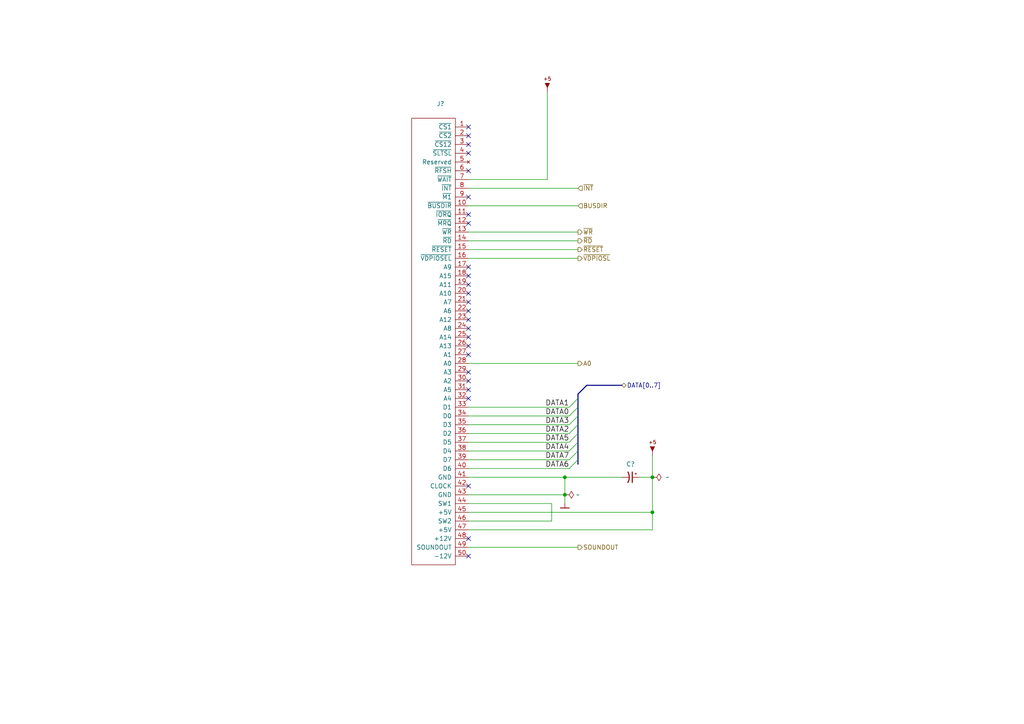
<source format=kicad_sch>
(kicad_sch (version 20211123) (generator eeschema)

  (uuid c022004a-c968-410e-b59e-fbab0e561e9d)

  (paper "A4")

  (lib_symbols
    (symbol "artemisa:CP" (pin_numbers hide) (pin_names (offset 0.254) hide) (in_bom yes) (on_board yes)
      (property "Reference" "C" (id 0) (at 0.254 1.778 0)
        (effects (font (size 1.27 1.27)) (justify left))
      )
      (property "Value" "CP" (id 1) (at 0.254 -2.032 0)
        (effects (font (size 1.27 1.27)) (justify left))
      )
      (property "Footprint" "" (id 2) (at 0 0 0)
        (effects (font (size 1.27 1.27)) hide)
      )
      (property "Datasheet" "" (id 3) (at 0 0 0)
        (effects (font (size 1.27 1.27)) hide)
      )
      (property "ki_fp_filters" "CP_*" (id 4) (at 0 0 0)
        (effects (font (size 1.27 1.27)) hide)
      )
      (symbol "CP_0_1"
        (polyline
          (pts
            (xy -1.524 0.508)
            (xy 1.524 0.508)
          )
          (stroke (width 0.3048) (type default) (color 0 0 0 0))
          (fill (type none))
        )
        (polyline
          (pts
            (xy -1.27 1.524)
            (xy -0.762 1.524)
          )
          (stroke (width 0) (type default) (color 0 0 0 0))
          (fill (type none))
        )
        (polyline
          (pts
            (xy -1.016 1.27)
            (xy -1.016 1.778)
          )
          (stroke (width 0) (type default) (color 0 0 0 0))
          (fill (type none))
        )
        (arc (start 1.524 -0.762) (mid 0 -0.3734) (end -1.524 -0.762)
          (stroke (width 0.3048) (type default) (color 0 0 0 0))
          (fill (type none))
        )
      )
      (symbol "CP_1_1"
        (pin passive line (at 0 2.54 270) (length 2.032)
          (name "~" (effects (font (size 1.27 1.27))))
          (number "1" (effects (font (size 1.27 1.27))))
        )
        (pin passive line (at 0 -2.54 90) (length 2.032)
          (name "~" (effects (font (size 1.27 1.27))))
          (number "2" (effects (font (size 1.27 1.27))))
        )
      )
    )
    (symbol "artemisa:GFX_Connector_Input" (pin_names (offset 1.016)) (in_bom yes) (on_board yes)
      (property "Reference" "J" (id 0) (at 0 69.85 0)
        (effects (font (size 1.27 1.27)))
      )
      (property "Value" "GFX_Connector_Input" (id 1) (at -8.89 5.08 90)
        (effects (font (size 1.27 1.27)))
      )
      (property "Footprint" "" (id 2) (at -6.35 30.48 0)
        (effects (font (size 1.27 1.27)) hide)
      )
      (property "Datasheet" "" (id 3) (at -6.35 30.48 0)
        (effects (font (size 1.27 1.27)) hide)
      )
      (symbol "GFX_Connector_Input_0_1"
        (rectangle (start 6.35 68.58) (end -6.35 -60.96)
          (stroke (width 0) (type default) (color 0 0 0 0))
          (fill (type none))
        )
      )
      (symbol "GFX_Connector_Input_1_1"
        (pin output line (at 10.16 66.04 180) (length 3.81)
          (name "~{CS1}" (effects (font (size 1.27 1.27))))
          (number "1" (effects (font (size 1.27 1.27))))
        )
        (pin input line (at 10.16 43.18 180) (length 3.81)
          (name "~{BUSDIR}" (effects (font (size 1.27 1.27))))
          (number "10" (effects (font (size 1.27 1.27))))
        )
        (pin output line (at 10.16 40.64 180) (length 3.81)
          (name "~{IORQ}" (effects (font (size 1.27 1.27))))
          (number "11" (effects (font (size 1.27 1.27))))
        )
        (pin output line (at 10.16 38.1 180) (length 3.81)
          (name "~{MRQ}" (effects (font (size 1.27 1.27))))
          (number "12" (effects (font (size 1.27 1.27))))
        )
        (pin output line (at 10.16 35.56 180) (length 3.81)
          (name "~{WR}" (effects (font (size 1.27 1.27))))
          (number "13" (effects (font (size 1.27 1.27))))
        )
        (pin output line (at 10.16 33.02 180) (length 3.81)
          (name "~{RD}" (effects (font (size 1.27 1.27))))
          (number "14" (effects (font (size 1.27 1.27))))
        )
        (pin output line (at 10.16 30.48 180) (length 3.81)
          (name "~{RESET}" (effects (font (size 1.27 1.27))))
          (number "15" (effects (font (size 1.27 1.27))))
        )
        (pin output line (at 10.16 27.94 180) (length 3.81)
          (name "~{VDPIOSEL}" (effects (font (size 1.27 1.27))))
          (number "16" (effects (font (size 1.27 1.27))))
        )
        (pin output line (at 10.16 25.4 180) (length 3.81)
          (name "A9" (effects (font (size 1.27 1.27))))
          (number "17" (effects (font (size 1.27 1.27))))
        )
        (pin output line (at 10.16 22.86 180) (length 3.81)
          (name "A15" (effects (font (size 1.27 1.27))))
          (number "18" (effects (font (size 1.27 1.27))))
        )
        (pin output line (at 10.16 20.32 180) (length 3.81)
          (name "A11" (effects (font (size 1.27 1.27))))
          (number "19" (effects (font (size 1.27 1.27))))
        )
        (pin output line (at 10.16 63.5 180) (length 3.81)
          (name "~{CS2}" (effects (font (size 1.27 1.27))))
          (number "2" (effects (font (size 1.27 1.27))))
        )
        (pin output line (at 10.16 17.78 180) (length 3.81)
          (name "A10" (effects (font (size 1.27 1.27))))
          (number "20" (effects (font (size 1.27 1.27))))
        )
        (pin output line (at 10.16 15.24 180) (length 3.81)
          (name "A7" (effects (font (size 1.27 1.27))))
          (number "21" (effects (font (size 1.27 1.27))))
        )
        (pin output line (at 10.16 12.7 180) (length 3.81)
          (name "A6" (effects (font (size 1.27 1.27))))
          (number "22" (effects (font (size 1.27 1.27))))
        )
        (pin output line (at 10.16 10.16 180) (length 3.81)
          (name "A12" (effects (font (size 1.27 1.27))))
          (number "23" (effects (font (size 1.27 1.27))))
        )
        (pin output line (at 10.16 7.62 180) (length 3.81)
          (name "A8" (effects (font (size 1.27 1.27))))
          (number "24" (effects (font (size 1.27 1.27))))
        )
        (pin output line (at 10.16 5.08 180) (length 3.81)
          (name "A14" (effects (font (size 1.27 1.27))))
          (number "25" (effects (font (size 1.27 1.27))))
        )
        (pin output line (at 10.16 2.54 180) (length 3.81)
          (name "A13" (effects (font (size 1.27 1.27))))
          (number "26" (effects (font (size 1.27 1.27))))
        )
        (pin output line (at 10.16 0 180) (length 3.81)
          (name "A1" (effects (font (size 1.27 1.27))))
          (number "27" (effects (font (size 1.27 1.27))))
        )
        (pin output line (at 10.16 -2.54 180) (length 3.81)
          (name "A0" (effects (font (size 1.27 1.27))))
          (number "28" (effects (font (size 1.27 1.27))))
        )
        (pin output line (at 10.16 -5.08 180) (length 3.81)
          (name "A3" (effects (font (size 1.27 1.27))))
          (number "29" (effects (font (size 1.27 1.27))))
        )
        (pin output line (at 10.16 60.96 180) (length 3.81)
          (name "~{CS12}" (effects (font (size 1.27 1.27))))
          (number "3" (effects (font (size 1.27 1.27))))
        )
        (pin output line (at 10.16 -7.62 180) (length 3.81)
          (name "A2" (effects (font (size 1.27 1.27))))
          (number "30" (effects (font (size 1.27 1.27))))
        )
        (pin output line (at 10.16 -10.16 180) (length 3.81)
          (name "A5" (effects (font (size 1.27 1.27))))
          (number "31" (effects (font (size 1.27 1.27))))
        )
        (pin output line (at 10.16 -12.7 180) (length 3.81)
          (name "A4" (effects (font (size 1.27 1.27))))
          (number "32" (effects (font (size 1.27 1.27))))
        )
        (pin bidirectional line (at 10.16 -15.24 180) (length 3.81)
          (name "D1" (effects (font (size 1.27 1.27))))
          (number "33" (effects (font (size 1.27 1.27))))
        )
        (pin bidirectional line (at 10.16 -17.78 180) (length 3.81)
          (name "D0" (effects (font (size 1.27 1.27))))
          (number "34" (effects (font (size 1.27 1.27))))
        )
        (pin bidirectional line (at 10.16 -20.32 180) (length 3.81)
          (name "D3" (effects (font (size 1.27 1.27))))
          (number "35" (effects (font (size 1.27 1.27))))
        )
        (pin bidirectional line (at 10.16 -22.86 180) (length 3.81)
          (name "D2" (effects (font (size 1.27 1.27))))
          (number "36" (effects (font (size 1.27 1.27))))
        )
        (pin bidirectional line (at 10.16 -25.4 180) (length 3.81)
          (name "D5" (effects (font (size 1.27 1.27))))
          (number "37" (effects (font (size 1.27 1.27))))
        )
        (pin bidirectional line (at 10.16 -27.94 180) (length 3.81)
          (name "D4" (effects (font (size 1.27 1.27))))
          (number "38" (effects (font (size 1.27 1.27))))
        )
        (pin bidirectional line (at 10.16 -30.48 180) (length 3.81)
          (name "D7" (effects (font (size 1.27 1.27))))
          (number "39" (effects (font (size 1.27 1.27))))
        )
        (pin output line (at 10.16 58.42 180) (length 3.81)
          (name "~{SLTSL}" (effects (font (size 1.27 1.27))))
          (number "4" (effects (font (size 1.27 1.27))))
        )
        (pin bidirectional line (at 10.16 -33.02 180) (length 3.81)
          (name "D6" (effects (font (size 1.27 1.27))))
          (number "40" (effects (font (size 1.27 1.27))))
        )
        (pin power_in line (at 10.16 -35.56 180) (length 3.81)
          (name "GND" (effects (font (size 1.27 1.27))))
          (number "41" (effects (font (size 1.27 1.27))))
        )
        (pin output line (at 10.16 -38.1 180) (length 3.81)
          (name "CLOCK" (effects (font (size 1.27 1.27))))
          (number "42" (effects (font (size 1.27 1.27))))
        )
        (pin power_in line (at 10.16 -40.64 180) (length 3.81)
          (name "GND" (effects (font (size 1.27 1.27))))
          (number "43" (effects (font (size 1.27 1.27))))
        )
        (pin passive line (at 10.16 -43.18 180) (length 3.81)
          (name "SW1" (effects (font (size 1.27 1.27))))
          (number "44" (effects (font (size 1.27 1.27))))
        )
        (pin power_in line (at 10.16 -45.72 180) (length 3.81)
          (name "+5V" (effects (font (size 1.27 1.27))))
          (number "45" (effects (font (size 1.27 1.27))))
        )
        (pin passive line (at 10.16 -48.26 180) (length 3.81)
          (name "SW2" (effects (font (size 1.27 1.27))))
          (number "46" (effects (font (size 1.27 1.27))))
        )
        (pin power_in line (at 10.16 -50.8 180) (length 3.81)
          (name "+5V" (effects (font (size 1.27 1.27))))
          (number "47" (effects (font (size 1.27 1.27))))
        )
        (pin power_in line (at 10.16 -53.34 180) (length 3.81)
          (name "+12V" (effects (font (size 1.27 1.27))))
          (number "48" (effects (font (size 1.27 1.27))))
        )
        (pin output line (at 10.16 -55.88 180) (length 3.81)
          (name "SOUNDOUT" (effects (font (size 1.27 1.27))))
          (number "49" (effects (font (size 1.27 1.27))))
        )
        (pin no_connect line (at 10.16 55.88 180) (length 3.81)
          (name "Reserved" (effects (font (size 1.27 1.27))))
          (number "5" (effects (font (size 1.27 1.27))))
        )
        (pin power_in line (at 10.16 -58.42 180) (length 3.81)
          (name "-12V" (effects (font (size 1.27 1.27))))
          (number "50" (effects (font (size 1.27 1.27))))
        )
        (pin output line (at 10.16 53.34 180) (length 3.81)
          (name "~{RFSH}" (effects (font (size 1.27 1.27))))
          (number "6" (effects (font (size 1.27 1.27))))
        )
        (pin input line (at 10.16 50.8 180) (length 3.81)
          (name "~{WAIT}" (effects (font (size 1.27 1.27))))
          (number "7" (effects (font (size 1.27 1.27))))
        )
        (pin input line (at 10.16 48.26 180) (length 3.81)
          (name "~{INT}" (effects (font (size 1.27 1.27))))
          (number "8" (effects (font (size 1.27 1.27))))
        )
        (pin output line (at 10.16 45.72 180) (length 3.81)
          (name "~{M1}" (effects (font (size 1.27 1.27))))
          (number "9" (effects (font (size 1.27 1.27))))
        )
      )
    )
    (symbol "artemisa:GND" (power) (pin_numbers hide) (pin_names (offset 0) hide) (in_bom yes) (on_board yes)
      (property "Reference" "#PWR" (id 0) (at 0 -2.54 0)
        (effects (font (size 1.524 1.524)) hide)
      )
      (property "Value" "GND" (id 1) (at 0 2.54 0)
        (effects (font (size 1.524 1.524)) hide)
      )
      (property "Footprint" "" (id 2) (at 0 0 0)
        (effects (font (size 1.524 1.524)) hide)
      )
      (property "Datasheet" "" (id 3) (at 0 0 0)
        (effects (font (size 1.524 1.524)) hide)
      )
      (symbol "GND_0_1"
        (polyline
          (pts
            (xy -1.27 -1.27)
            (xy 1.27 -1.27)
          )
          (stroke (width 0.254) (type default) (color 0 0 0 0))
          (fill (type none))
        )
      )
      (symbol "GND_1_1"
        (pin power_in line (at 0 0 270) (length 1.27)
          (name "GND" (effects (font (size 1.27 1.27))))
          (number "~" (effects (font (size 1.27 1.27))))
        )
      )
    )
    (symbol "artemisa:VCC" (power) (pin_numbers hide) (pin_names (offset 0) hide) (in_bom yes) (on_board yes)
      (property "Reference" "#PWR" (id 0) (at 0 -1.27 0)
        (effects (font (size 1.524 1.524)) hide)
      )
      (property "Value" "VCC" (id 1) (at 0 6.35 0)
        (effects (font (size 1.524 1.524)) hide)
      )
      (property "Footprint" "" (id 2) (at 0 0 0)
        (effects (font (size 1.524 1.524)) hide)
      )
      (property "Datasheet" "" (id 3) (at 0 0 0)
        (effects (font (size 1.524 1.524)) hide)
      )
      (symbol "VCC_0_0"
        (text "+5" (at 0 3.81 0)
          (effects (font (size 1.016 1.016)))
        )
      )
      (symbol "VCC_0_1"
        (polyline
          (pts
            (xy 0 1.27)
            (xy 0.635 2.54)
            (xy -0.635 2.54)
            (xy 0 1.27)
          )
          (stroke (width 0) (type default) (color 0 0 0 0))
          (fill (type outline))
        )
      )
      (symbol "VCC_1_1"
        (pin power_in line (at 0 0 90) (length 1.27)
          (name "~" (effects (font (size 1.27 1.27))))
          (number "~" (effects (font (size 1.27 1.27))))
        )
      )
    )
    (symbol "power:PWR_FLAG" (power) (pin_numbers hide) (pin_names (offset 0) hide) (in_bom yes) (on_board yes)
      (property "Reference" "#FLG" (id 0) (at 0 1.905 0)
        (effects (font (size 1.27 1.27)) hide)
      )
      (property "Value" "PWR_FLAG" (id 1) (at 0 3.81 0)
        (effects (font (size 1.27 1.27)))
      )
      (property "Footprint" "" (id 2) (at 0 0 0)
        (effects (font (size 1.27 1.27)) hide)
      )
      (property "Datasheet" "~" (id 3) (at 0 0 0)
        (effects (font (size 1.27 1.27)) hide)
      )
      (property "ki_keywords" "power-flag" (id 4) (at 0 0 0)
        (effects (font (size 1.27 1.27)) hide)
      )
      (property "ki_description" "Special symbol for telling ERC where power comes from" (id 5) (at 0 0 0)
        (effects (font (size 1.27 1.27)) hide)
      )
      (symbol "PWR_FLAG_0_0"
        (pin power_out line (at 0 0 90) (length 0)
          (name "pwr" (effects (font (size 1.27 1.27))))
          (number "1" (effects (font (size 1.27 1.27))))
        )
      )
      (symbol "PWR_FLAG_0_1"
        (polyline
          (pts
            (xy 0 0)
            (xy 0 1.27)
            (xy -1.016 1.905)
            (xy 0 2.54)
            (xy 1.016 1.905)
            (xy 0 1.27)
          )
          (stroke (width 0) (type default) (color 0 0 0 0))
          (fill (type none))
        )
      )
    )
  )

  (junction (at 189.23 148.59) (diameter 0) (color 0 0 0 0)
    (uuid 4a4ec8d9-3d72-4952-83d4-808f65849a2b)
  )
  (junction (at 163.83 143.51) (diameter 0) (color 0 0 0 0)
    (uuid 8c6a821f-8e19-48f3-8f44-9b340f7689bc)
  )
  (junction (at 163.83 138.43) (diameter 0) (color 0 0 0 0)
    (uuid d7269d2a-b8c0-422d-8f25-f79ea31bf75e)
  )
  (junction (at 189.23 138.43) (diameter 0) (color 0 0 0 0)
    (uuid df68c26a-03b5-4466-aecf-ba34b7dce6b7)
  )

  (no_connect (at 135.89 41.91) (uuid 03c52831-5dc5-43c5-a442-8d23643b46fb))
  (no_connect (at 135.89 113.03) (uuid 0f54db53-a272-4955-88fb-d7ab00657bb0))
  (no_connect (at 135.89 90.17) (uuid 1a1ab354-5f85-45f9-938c-9f6c4c8c3ea2))
  (no_connect (at 135.89 97.79) (uuid 1bf544e3-5940-4576-9291-2464e95c0ee2))
  (no_connect (at 135.89 49.53) (uuid 29e78086-2175-405e-9ba3-c48766d2f50c))
  (no_connect (at 135.89 64.77) (uuid 2d210a96-f81f-42a9-8bf4-1b43c11086f3))
  (no_connect (at 135.89 156.21) (uuid 31e08896-1992-4725-96d9-9d2728bca7a3))
  (no_connect (at 135.89 100.33) (uuid 3aaee4c4-dbf7-49a5-a620-9465d8cc3ae7))
  (no_connect (at 135.89 36.83) (uuid 3cd1bda0-18db-417d-b581-a0c50623df68))
  (no_connect (at 135.89 92.71) (uuid 42713045-fffd-4b2d-ae1e-7232d705fb12))
  (no_connect (at 135.89 80.01) (uuid 666713b0-70f4-42df-8761-f65bc212d03b))
  (no_connect (at 135.89 77.47) (uuid 6c2e273e-743c-4f1e-a647-4171f8122550))
  (no_connect (at 135.89 87.63) (uuid 7aed3a71-054b-4aaa-9c0a-030523c32827))
  (no_connect (at 135.89 82.55) (uuid 7dc880bc-e7eb-4cce-8d8c-0b65a9dd788e))
  (no_connect (at 135.89 115.57) (uuid 80094b70-85ab-4ff6-934b-60d5ee65023a))
  (no_connect (at 135.89 85.09) (uuid 9157f4ae-0244-4ff1-9f73-3cb4cbb5f280))
  (no_connect (at 135.89 110.49) (uuid 922058ca-d09a-45fd-8394-05f3e2c1e03a))
  (no_connect (at 135.89 107.95) (uuid 97fe9c60-586f-4895-8504-4d3729f5f81a))
  (no_connect (at 135.89 57.15) (uuid 9bb20359-0f8b-45bc-9d38-6626ed3a939d))
  (no_connect (at 135.89 44.45) (uuid a1823eb2-fb0d-4ed8-8b96-04184ac3a9d5))
  (no_connect (at 135.89 62.23) (uuid aa14c3bd-4acc-4908-9d28-228585a22a9d))
  (no_connect (at 135.89 161.29) (uuid b5352a33-563a-4ffe-a231-2e68fb54afa3))
  (no_connect (at 135.89 102.87) (uuid bdc7face-9f7c-4701-80bb-4cc144448db1))
  (no_connect (at 135.89 95.25) (uuid c0515cd2-cdaa-467e-8354-0f6eadfa35c9))
  (no_connect (at 135.89 140.97) (uuid d4a1d3c4-b315-4bec-9220-d12a9eab51e0))
  (no_connect (at 135.89 39.37) (uuid d57dcfee-5058-4fc2-a68b-05f9a48f685b))

  (bus_entry (at 165.1 120.65) (size 2.54 -2.54)
    (stroke (width 0) (type default) (color 0 0 0 0))
    (uuid 54365317-1355-4216-bb75-829375abc4ec)
  )
  (bus_entry (at 165.1 133.35) (size 2.54 -2.54)
    (stroke (width 0) (type default) (color 0 0 0 0))
    (uuid 5fc27c35-3e1c-4f96-817c-93b5570858a6)
  )
  (bus_entry (at 165.1 135.89) (size 2.54 -2.54)
    (stroke (width 0) (type default) (color 0 0 0 0))
    (uuid 6c9b793c-e74d-4754-a2c0-901e73b26f1c)
  )
  (bus_entry (at 165.1 123.19) (size 2.54 -2.54)
    (stroke (width 0) (type default) (color 0 0 0 0))
    (uuid a3e4f0ae-9f86-49e9-b386-ed8b42e012fb)
  )
  (bus_entry (at 165.1 125.73) (size 2.54 -2.54)
    (stroke (width 0) (type default) (color 0 0 0 0))
    (uuid a690fc6c-55d9-47e6-b533-faa4b67e20f3)
  )
  (bus_entry (at 165.1 118.11) (size 2.54 -2.54)
    (stroke (width 0) (type default) (color 0 0 0 0))
    (uuid ac264c30-3e9a-4be2-b97a-9949b68bd497)
  )
  (bus_entry (at 165.1 128.27) (size 2.54 -2.54)
    (stroke (width 0) (type default) (color 0 0 0 0))
    (uuid c144caa5-b0d4-4cef-840a-d4ad178a2102)
  )
  (bus_entry (at 165.1 130.81) (size 2.54 -2.54)
    (stroke (width 0) (type default) (color 0 0 0 0))
    (uuid efeac2a2-7682-4dc7-83ee-f6f1b23da506)
  )

  (wire (pts (xy 135.89 153.67) (xy 189.23 153.67))
    (stroke (width 0) (type default) (color 0 0 0 0))
    (uuid 08a7c925-7fae-4530-b0c9-120e185cb318)
  )
  (wire (pts (xy 167.64 54.61) (xy 135.89 54.61))
    (stroke (width 0) (type default) (color 0 0 0 0))
    (uuid 0b21a65d-d20b-411e-920a-75c343ac5136)
  )
  (wire (pts (xy 165.1 120.65) (xy 135.89 120.65))
    (stroke (width 0) (type default) (color 0 0 0 0))
    (uuid 0eaa98f0-9565-4637-ace3-42a5231b07f7)
  )
  (wire (pts (xy 165.1 135.89) (xy 135.89 135.89))
    (stroke (width 0) (type default) (color 0 0 0 0))
    (uuid 0f22151c-f260-4674-b486-4710a2c42a55)
  )
  (wire (pts (xy 165.1 123.19) (xy 135.89 123.19))
    (stroke (width 0) (type default) (color 0 0 0 0))
    (uuid 181abe7a-f941-42b6-bd46-aaa3131f90fb)
  )
  (wire (pts (xy 165.1 133.35) (xy 135.89 133.35))
    (stroke (width 0) (type default) (color 0 0 0 0))
    (uuid 1831fb37-1c5d-42c4-b898-151be6fca9dc)
  )
  (bus (pts (xy 170.18 111.76) (xy 180.34 111.76))
    (stroke (width 0) (type default) (color 0 0 0 0))
    (uuid 1a6d2848-e78e-49fe-8978-e1890f07836f)
  )

  (wire (pts (xy 160.02 151.13) (xy 135.89 151.13))
    (stroke (width 0) (type default) (color 0 0 0 0))
    (uuid 2d6db888-4e40-41c8-b701-07170fc894bc)
  )
  (wire (pts (xy 135.89 69.85) (xy 167.64 69.85))
    (stroke (width 0) (type default) (color 0 0 0 0))
    (uuid 2e642b3e-a476-4c54-9a52-dcea955640cd)
  )
  (bus (pts (xy 167.64 125.73) (xy 167.64 128.27))
    (stroke (width 0) (type default) (color 0 0 0 0))
    (uuid 3d98718b-dffb-400e-972c-e251ab4b6378)
  )

  (wire (pts (xy 189.23 148.59) (xy 189.23 153.67))
    (stroke (width 0) (type default) (color 0 0 0 0))
    (uuid 45008225-f50f-4d6b-b508-6730a9408caf)
  )
  (bus (pts (xy 167.64 123.19) (xy 167.64 125.73))
    (stroke (width 0) (type default) (color 0 0 0 0))
    (uuid 4702a82e-cce4-49a1-9730-5350ecda1999)
  )
  (bus (pts (xy 167.64 114.3) (xy 170.18 111.76))
    (stroke (width 0) (type default) (color 0 0 0 0))
    (uuid 475ed8b3-90bf-48cd-bce5-d8f48b689541)
  )

  (wire (pts (xy 185.42 138.43) (xy 189.23 138.43))
    (stroke (width 0) (type default) (color 0 0 0 0))
    (uuid 4780a290-d25c-4459-9579-eba3f7678762)
  )
  (wire (pts (xy 158.75 52.07) (xy 158.75 26.67))
    (stroke (width 0) (type default) (color 0 0 0 0))
    (uuid 4c8eb964-bdf4-44de-90e9-e2ab82dd5313)
  )
  (wire (pts (xy 167.64 74.93) (xy 135.89 74.93))
    (stroke (width 0) (type default) (color 0 0 0 0))
    (uuid 5038e144-5119-49db-b6cf-f7c345f1cf03)
  )
  (bus (pts (xy 167.64 128.27) (xy 167.64 130.81))
    (stroke (width 0) (type default) (color 0 0 0 0))
    (uuid 52ea611a-f15b-4fb4-859d-c0c2aa46f7bf)
  )

  (wire (pts (xy 135.89 148.59) (xy 189.23 148.59))
    (stroke (width 0) (type default) (color 0 0 0 0))
    (uuid 5528bcad-2950-4673-90eb-c37e6952c475)
  )
  (wire (pts (xy 163.83 138.43) (xy 163.83 143.51))
    (stroke (width 0) (type default) (color 0 0 0 0))
    (uuid 6441b183-b8f2-458f-a23d-60e2b1f66dd6)
  )
  (wire (pts (xy 163.83 143.51) (xy 163.83 146.05))
    (stroke (width 0) (type default) (color 0 0 0 0))
    (uuid 6475547d-3216-45a4-a15c-48314f1dd0f9)
  )
  (wire (pts (xy 160.02 146.05) (xy 160.02 151.13))
    (stroke (width 0) (type default) (color 0 0 0 0))
    (uuid 66043bca-a260-4915-9fce-8a51d324c687)
  )
  (wire (pts (xy 165.1 118.11) (xy 135.89 118.11))
    (stroke (width 0) (type default) (color 0 0 0 0))
    (uuid 704d6d51-bb34-4cbf-83d8-841e208048d8)
  )
  (bus (pts (xy 167.64 115.57) (xy 167.64 118.11))
    (stroke (width 0) (type default) (color 0 0 0 0))
    (uuid 75ba980f-7077-4562-978b-b9a398c93186)
  )

  (wire (pts (xy 135.89 143.51) (xy 163.83 143.51))
    (stroke (width 0) (type default) (color 0 0 0 0))
    (uuid 7bbf981c-a063-4e30-8911-e4228e1c0743)
  )
  (wire (pts (xy 189.23 148.59) (xy 189.23 138.43))
    (stroke (width 0) (type default) (color 0 0 0 0))
    (uuid 7edc9030-db7b-43ac-a1b3-b87eeacb4c2d)
  )
  (bus (pts (xy 167.64 120.65) (xy 167.64 123.19))
    (stroke (width 0) (type default) (color 0 0 0 0))
    (uuid 8046c83c-c61c-41c3-b287-d5a54cd328b5)
  )

  (wire (pts (xy 135.89 146.05) (xy 160.02 146.05))
    (stroke (width 0) (type default) (color 0 0 0 0))
    (uuid 852dabbf-de45-4470-8176-59d37a754407)
  )
  (wire (pts (xy 167.64 67.31) (xy 135.89 67.31))
    (stroke (width 0) (type default) (color 0 0 0 0))
    (uuid 87371631-aa02-498a-998a-09bdb74784c1)
  )
  (wire (pts (xy 165.1 130.81) (xy 135.89 130.81))
    (stroke (width 0) (type default) (color 0 0 0 0))
    (uuid 9340c285-5767-42d5-8b6d-63fe2a40ddf3)
  )
  (wire (pts (xy 135.89 52.07) (xy 158.75 52.07))
    (stroke (width 0) (type default) (color 0 0 0 0))
    (uuid 94a873dc-af67-4ef9-8159-1f7c93eeb3d7)
  )
  (bus (pts (xy 167.64 118.11) (xy 167.64 120.65))
    (stroke (width 0) (type default) (color 0 0 0 0))
    (uuid 9b761052-cb52-445b-be5f-3dfe007566f2)
  )
  (bus (pts (xy 167.64 114.3) (xy 167.64 115.57))
    (stroke (width 0) (type default) (color 0 0 0 0))
    (uuid aca4de92-9c41-4c2b-9afa-540d02dafa1c)
  )

  (wire (pts (xy 189.23 138.43) (xy 189.23 132.08))
    (stroke (width 0) (type default) (color 0 0 0 0))
    (uuid babeabf2-f3b0-4ed5-8d9e-0215947e6cf3)
  )
  (bus (pts (xy 167.64 130.81) (xy 167.64 133.35))
    (stroke (width 0) (type default) (color 0 0 0 0))
    (uuid bddec3db-8673-4866-9549-a142b1e8a83c)
  )

  (wire (pts (xy 135.89 138.43) (xy 163.83 138.43))
    (stroke (width 0) (type default) (color 0 0 0 0))
    (uuid bfc0aadc-38cf-466e-a642-68fdc3138c78)
  )
  (wire (pts (xy 135.89 158.75) (xy 167.64 158.75))
    (stroke (width 0) (type default) (color 0 0 0 0))
    (uuid c01d25cd-f4bb-4ef3-b5ea-533a2a4ddb2b)
  )
  (wire (pts (xy 165.1 128.27) (xy 135.89 128.27))
    (stroke (width 0) (type default) (color 0 0 0 0))
    (uuid c41b3c8b-634e-435a-b582-96b83bbd4032)
  )
  (wire (pts (xy 167.64 59.69) (xy 135.89 59.69))
    (stroke (width 0) (type default) (color 0 0 0 0))
    (uuid cbd8faed-e1f8-4406-87c8-58b2c504a5d4)
  )
  (wire (pts (xy 165.1 125.73) (xy 135.89 125.73))
    (stroke (width 0) (type default) (color 0 0 0 0))
    (uuid ce83728b-bebd-48c2-8734-b6a50d837931)
  )
  (bus (pts (xy 167.64 133.35) (xy 167.64 134.62))
    (stroke (width 0) (type default) (color 0 0 0 0))
    (uuid d2ac85b6-b30e-4846-8881-2275d69de919)
  )

  (wire (pts (xy 135.89 72.39) (xy 167.64 72.39))
    (stroke (width 0) (type default) (color 0 0 0 0))
    (uuid e857610b-4434-4144-b04e-43c1ebdc5ceb)
  )
  (wire (pts (xy 180.34 138.43) (xy 163.83 138.43))
    (stroke (width 0) (type default) (color 0 0 0 0))
    (uuid e8c50f1b-c316-4110-9cce-5c24c65a1eaa)
  )
  (wire (pts (xy 167.64 105.41) (xy 135.89 105.41))
    (stroke (width 0) (type default) (color 0 0 0 0))
    (uuid fe8d9267-7834-48d6-a191-c8724b2ee78d)
  )

  (label "DATA3" (at 165.1 123.19 180)
    (effects (font (size 1.524 1.524)) (justify right bottom))
    (uuid 127679a9-3981-4934-815e-896a4e3ff56e)
  )
  (label "DATA4" (at 165.1 130.81 180)
    (effects (font (size 1.524 1.524)) (justify right bottom))
    (uuid 48ab88d7-7084-4d02-b109-3ad55a30bb11)
  )
  (label "DATA0" (at 165.1 120.65 180)
    (effects (font (size 1.524 1.524)) (justify right bottom))
    (uuid 6a45789b-3855-401f-8139-3c734f7f52f9)
  )
  (label "DATA2" (at 165.1 125.73 180)
    (effects (font (size 1.524 1.524)) (justify right bottom))
    (uuid 716e31c5-485f-40b5-88e3-a75900da9811)
  )
  (label "DATA7" (at 165.1 133.35 180)
    (effects (font (size 1.524 1.524)) (justify right bottom))
    (uuid 8174b4de-74b1-48db-ab8e-c8432251095b)
  )
  (label "DATA1" (at 165.1 118.11 180)
    (effects (font (size 1.524 1.524)) (justify right bottom))
    (uuid b1086f75-01ba-4188-8d36-75a9e2828ca9)
  )
  (label "DATA5" (at 165.1 128.27 180)
    (effects (font (size 1.524 1.524)) (justify right bottom))
    (uuid f71da641-16e6-4257-80c3-0b9d804fee4f)
  )
  (label "DATA6" (at 165.1 135.89 180)
    (effects (font (size 1.524 1.524)) (justify right bottom))
    (uuid fd470e95-4861-44fe-b1e4-6d8a7c66e144)
  )

  (hierarchical_label "A0" (shape output) (at 167.64 105.41 0)
    (effects (font (size 1.27 1.27)) (justify left))
    (uuid 44d8279a-9cd1-4db6-856f-0363131605fc)
  )
  (hierarchical_label "~{INT}" (shape input) (at 167.64 54.61 0)
    (effects (font (size 1.27 1.27)) (justify left))
    (uuid 47baf4b1-0938-497d-88f9-671136aa8be7)
  )
  (hierarchical_label "~{RESET}" (shape output) (at 167.64 72.39 0)
    (effects (font (size 1.27 1.27)) (justify left))
    (uuid 4fb02e58-160a-4a39-9f22-d0c75e82ee72)
  )
  (hierarchical_label "DATA[0..7]" (shape bidirectional) (at 180.34 111.76 0)
    (effects (font (size 1.27 1.27)) (justify left))
    (uuid 66116376-6967-4178-9f23-a26cdeafc400)
  )
  (hierarchical_label "SOUNDOUT" (shape output) (at 167.64 158.75 0)
    (effects (font (size 1.27 1.27)) (justify left))
    (uuid 749dfe75-c0d6-4872-9330-29c5bbcb8ff8)
  )
  (hierarchical_label "~{WR}" (shape output) (at 167.64 67.31 0)
    (effects (font (size 1.27 1.27)) (justify left))
    (uuid 77ed3941-d133-4aef-a9af-5a39322d14eb)
  )
  (hierarchical_label "~{RD}" (shape output) (at 167.64 69.85 0)
    (effects (font (size 1.27 1.27)) (justify left))
    (uuid e615f7aa-337e-474d-9615-2ad82b1c44ca)
  )
  (hierarchical_label "BUSDIR" (shape input) (at 167.64 59.69 0)
    (effects (font (size 1.27 1.27)) (justify left))
    (uuid eb667eea-300e-4ca7-8a6f-4b00de80cd45)
  )
  (hierarchical_label "~{VDPIOSL}" (shape output) (at 167.64 74.93 0)
    (effects (font (size 1.27 1.27)) (justify left))
    (uuid ef8fe2ac-6a7f-4682-9418-b801a1b10a3b)
  )

  (symbol (lib_id "artemisa:GFX_Connector_Input") (at 125.73 102.87 0) (unit 1)
    (in_bom yes) (on_board yes)
    (uuid 00000000-0000-0000-0000-00005eb76bd7)
    (property "Reference" "J?" (id 0) (at 127.7874 30.099 0))
    (property "Value" "" (id 1) (at 127.7874 32.4104 0))
    (property "Footprint" "" (id 2) (at 119.38 72.39 0)
      (effects (font (size 1.27 1.27)) hide)
    )
    (property "Datasheet" "" (id 3) (at 119.38 72.39 0)
      (effects (font (size 1.27 1.27)) hide)
    )
    (pin "1" (uuid 78c93809-c958-455d-931e-82166c718317))
    (pin "10" (uuid 49e717ca-b0d0-414e-b5e8-1510a280c2b7))
    (pin "11" (uuid 67659644-753d-4e3b-ad90-a04397ee1f5b))
    (pin "12" (uuid ba1f8a34-0d45-4e1d-84bd-eb52bf4a640f))
    (pin "13" (uuid 6e7c0c06-7a3a-46ff-a95b-8936f202ced0))
    (pin "14" (uuid 94102ff7-de7c-415b-a1d0-291d8e746d24))
    (pin "15" (uuid afd13c3d-40e9-4f3f-80ae-02394e22bc77))
    (pin "16" (uuid d919dfa6-1819-4986-9d86-54f19f8df53d))
    (pin "17" (uuid 4d84dce0-3782-44e5-96fa-35209afcbcb4))
    (pin "18" (uuid 5871c811-b529-4e92-9958-3b0a87e16c6d))
    (pin "19" (uuid 8545e859-cc2b-47af-a4a3-c8bfa7686ae6))
    (pin "2" (uuid 3ab77ef4-2eec-4503-9f2d-dc666e8bfdf3))
    (pin "20" (uuid 2eb24db3-025b-4a3a-a10a-af83ec90f414))
    (pin "21" (uuid 8e4c9e82-c41a-4812-b84e-cc17c8ff1a3c))
    (pin "22" (uuid 40b30d9a-4fb0-4992-8f57-b9024316f667))
    (pin "23" (uuid 449ef6e4-6c58-414e-8a49-6c0ed0a23852))
    (pin "24" (uuid b46f2030-47ad-4ec7-9a5d-3e3cb77900ef))
    (pin "25" (uuid 6a6b8810-e2b3-4661-a541-2f27ede7461f))
    (pin "26" (uuid 0cd43162-d8ba-4471-8d8c-262ecff93e7b))
    (pin "27" (uuid 99925a09-3547-4bbc-8891-512afa7e0bb6))
    (pin "28" (uuid bb013d14-9646-4ea4-be29-70d187c17559))
    (pin "29" (uuid 569a9c2e-4d9d-4c9e-b776-08d9e66a6aa2))
    (pin "3" (uuid 088e413c-a803-4b02-9ce6-f440126d030a))
    (pin "30" (uuid ebbc43d7-2147-4d2a-b371-d13ee6abe148))
    (pin "31" (uuid bb4a7035-f90e-4d07-853b-36c6c31e27d3))
    (pin "32" (uuid 9aeb054d-65c4-4abe-8a1c-fac7bfbf74b1))
    (pin "33" (uuid bb2c1ee5-68d1-407d-a307-e62f544859c6))
    (pin "34" (uuid 1ac507d6-1473-4dee-88e8-4ede4e009385))
    (pin "35" (uuid 6281ebbb-35e7-4c8d-ad07-5d6ab74e0763))
    (pin "36" (uuid 09118278-a3fb-4e56-92ba-18a4cf132197))
    (pin "37" (uuid 500073c1-0fa8-4528-a7af-5be89a04c2f5))
    (pin "38" (uuid 90c55946-f96a-4393-a762-855d95bd073d))
    (pin "39" (uuid 0b3227c6-fd96-426f-9aea-13a31e9981b7))
    (pin "4" (uuid 01d5420c-1969-4148-a4ff-cb4af3b8426e))
    (pin "40" (uuid 94328f8c-f29c-474b-915d-5de760e02177))
    (pin "41" (uuid c311d1b4-1ef4-430a-a325-6afc2c8785da))
    (pin "42" (uuid 7b14a964-1792-4d6b-89e6-0690f278e233))
    (pin "43" (uuid 4ecb2b4a-11ce-4826-a275-6b3d9bfe4828))
    (pin "44" (uuid 22202db7-fce3-4c9f-9e9d-5e844bf305cb))
    (pin "45" (uuid 5c708d06-be87-4244-af71-dfe72d1d284a))
    (pin "46" (uuid 7b7c5038-bd90-4f0e-a794-a6443590ebe7))
    (pin "47" (uuid 45d131ce-14f9-4a46-8768-52102e0c9a95))
    (pin "48" (uuid f466f331-9d36-49b0-9c4d-1d6ed3415d0b))
    (pin "49" (uuid 0b9da606-9229-4112-bb23-1fa47e61fbaf))
    (pin "5" (uuid 31218506-4308-4de9-908a-ef91d2e25a3d))
    (pin "50" (uuid 47a1c853-09bc-41cf-b852-b3fb48a4d6e8))
    (pin "6" (uuid d46b73b0-cf59-4ea0-a6bc-c439a6452e7a))
    (pin "7" (uuid 5f7d5f52-567b-4f40-aee2-ea5bf6b2be0c))
    (pin "8" (uuid 70582fd4-fcea-47ea-85b2-fe4c9825cf79))
    (pin "9" (uuid 33feb198-71b5-47fd-870f-718458966f42))
  )

  (symbol (lib_id "artemisa:CP") (at 182.88 138.43 270) (unit 1)
    (in_bom yes) (on_board yes)
    (uuid 00000000-0000-0000-0000-00005eb76c4a)
    (property "Reference" "C?" (id 0) (at 182.88 134.62 90))
    (property "Value" "" (id 1) (at 182.88 142.24 90))
    (property "Footprint" "" (id 2) (at 182.88 138.43 0)
      (effects (font (size 1.27 1.27)) hide)
    )
    (property "Datasheet" "" (id 3) (at 182.88 138.43 0)
      (effects (font (size 1.27 1.27)) hide)
    )
    (pin "1" (uuid c827b999-359f-4d97-a5f5-6622721bb5c9))
    (pin "2" (uuid 5f1e3f25-750e-4f17-b215-6378fe62f2ab))
  )

  (symbol (lib_id "artemisa:VCC") (at 158.75 26.67 0) (unit 1)
    (in_bom yes) (on_board yes)
    (uuid 00000000-0000-0000-0000-00005eb76c51)
    (property "Reference" "#PWR?" (id 0) (at 158.75 27.94 0)
      (effects (font (size 1.524 1.524)) hide)
    )
    (property "Value" "" (id 1) (at 158.75 20.32 0)
      (effects (font (size 1.524 1.524)) hide)
    )
    (property "Footprint" "" (id 2) (at 158.75 26.67 0)
      (effects (font (size 1.524 1.524)) hide)
    )
    (property "Datasheet" "" (id 3) (at 158.75 26.67 0)
      (effects (font (size 1.524 1.524)) hide)
    )
    (pin "~" (uuid 8b439adf-a76c-44b8-a7df-23182bf7d78a))
  )

  (symbol (lib_id "artemisa:VCC") (at 189.23 132.08 0) (unit 1)
    (in_bom yes) (on_board yes)
    (uuid 00000000-0000-0000-0000-00005eb76c57)
    (property "Reference" "#PWR?" (id 0) (at 189.23 133.35 0)
      (effects (font (size 1.524 1.524)) hide)
    )
    (property "Value" "" (id 1) (at 189.23 125.73 0)
      (effects (font (size 1.524 1.524)) hide)
    )
    (property "Footprint" "" (id 2) (at 189.23 132.08 0)
      (effects (font (size 1.524 1.524)) hide)
    )
    (property "Datasheet" "" (id 3) (at 189.23 132.08 0)
      (effects (font (size 1.524 1.524)) hide)
    )
    (pin "~" (uuid 6afcf39f-db4f-4bea-8975-fb54e32dd52f))
  )

  (symbol (lib_id "artemisa:GND") (at 163.83 146.05 0) (unit 1)
    (in_bom yes) (on_board yes)
    (uuid 00000000-0000-0000-0000-00005eb76c63)
    (property "Reference" "#PWR?" (id 0) (at 163.83 148.59 0)
      (effects (font (size 1.524 1.524)) hide)
    )
    (property "Value" "" (id 1) (at 163.83 143.51 0)
      (effects (font (size 1.524 1.524)) hide)
    )
    (property "Footprint" "" (id 2) (at 163.83 146.05 0)
      (effects (font (size 1.524 1.524)) hide)
    )
    (property "Datasheet" "" (id 3) (at 163.83 146.05 0)
      (effects (font (size 1.524 1.524)) hide)
    )
    (pin "~" (uuid 6432758b-2324-4852-b204-d880ede48e1b))
  )

  (symbol (lib_id "power:PWR_FLAG") (at 163.83 143.51 270) (unit 1)
    (in_bom yes) (on_board yes)
    (uuid 00000000-0000-0000-0000-00005edf00ef)
    (property "Reference" "#FLG?" (id 0) (at 165.735 143.51 0)
      (effects (font (size 1.27 1.27)) hide)
    )
    (property "Value" "" (id 1) (at 167.0812 143.51 90)
      (effects (font (size 1.27 1.27)) (justify left))
    )
    (property "Footprint" "" (id 2) (at 163.83 143.51 0)
      (effects (font (size 1.27 1.27)) hide)
    )
    (property "Datasheet" "~" (id 3) (at 163.83 143.51 0)
      (effects (font (size 1.27 1.27)) hide)
    )
    (pin "1" (uuid e80103aa-5561-41fe-a0b4-fba0004b739b))
  )

  (symbol (lib_id "power:PWR_FLAG") (at 189.23 138.43 270) (unit 1)
    (in_bom yes) (on_board yes)
    (uuid 00000000-0000-0000-0000-00005edf00f7)
    (property "Reference" "#FLG?" (id 0) (at 191.135 138.43 0)
      (effects (font (size 1.27 1.27)) hide)
    )
    (property "Value" "" (id 1) (at 193.04 138.43 90)
      (effects (font (size 1.27 1.27)) (justify left))
    )
    (property "Footprint" "" (id 2) (at 189.23 138.43 0)
      (effects (font (size 1.27 1.27)) hide)
    )
    (property "Datasheet" "~" (id 3) (at 189.23 138.43 0)
      (effects (font (size 1.27 1.27)) hide)
    )
    (pin "1" (uuid cb1ac77e-8b16-4f5e-a2f2-bf2d3b972811))
  )
)

</source>
